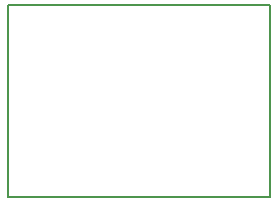
<source format=gm1>
%TF.GenerationSoftware,KiCad,Pcbnew,4.0.4+e1-6308~48~ubuntu16.04.1-stable*%
%TF.CreationDate,2016-10-26T09:25:12-07:00*%
%TF.ProjectId,cy8cmbr3002,637938636D6272333030322E6B696361,rev?*%
%TF.FileFunction,Profile,NP*%
%FSLAX46Y46*%
G04 Gerber Fmt 4.6, Leading zero omitted, Abs format (unit mm)*
G04 Created by KiCad (PCBNEW 4.0.4+e1-6308~48~ubuntu16.04.1-stable) date Wed Oct 26 09:25:12 2016*
%MOMM*%
%LPD*%
G01*
G04 APERTURE LIST*
%ADD10C,0.100000*%
%ADD11C,0.150000*%
G04 APERTURE END LIST*
D10*
D11*
X201000000Y-69000000D02*
X178748596Y-69000000D01*
X201000000Y-85250000D02*
X201000000Y-69000000D01*
X178750000Y-85250000D02*
X201000000Y-85250000D01*
X178750000Y-69000000D02*
X178750000Y-85250000D01*
M02*

</source>
